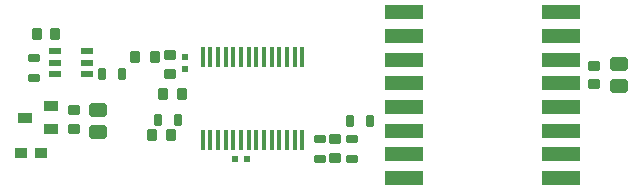
<source format=gtp>
G04 DipTrace 4.3.0.1*
G04 LoRa_4808.gtp*
%MOIN*%
G04 #@! TF.FileFunction,Paste,Top*
G04 #@! TF.Part,Single*
%AMOUTLINE2*
4,1,28,
0.009518,-0.019094,
-0.009516,-0.019095,
-0.011576,-0.018824,
-0.013376,-0.018078,
-0.014922,-0.016892,
-0.016108,-0.015347,
-0.016854,-0.013547,
-0.017125,-0.011486,
-0.017127,0.011484,
-0.016855,0.013545,
-0.01611,0.015345,
-0.014924,0.016891,
-0.013378,0.018077,
-0.011578,0.018823,
-0.009518,0.019094,
0.009516,0.019095,
0.011576,0.018824,
0.013376,0.018078,
0.014922,0.016892,
0.016108,0.015347,
0.016854,0.013547,
0.017125,0.011486,
0.017127,-0.011484,
0.016855,-0.013545,
0.01611,-0.015345,
0.014924,-0.016891,
0.013378,-0.018077,
0.011578,-0.018823,
0.009518,-0.019094,
0*%
%AMOUTLINE5*
4,1,28,
-0.009518,0.019094,
0.009516,0.019095,
0.011576,0.018824,
0.013376,0.018078,
0.014922,0.016892,
0.016108,0.015347,
0.016854,0.013547,
0.017125,0.011486,
0.017127,-0.011484,
0.016855,-0.013545,
0.01611,-0.015345,
0.014924,-0.016891,
0.013378,-0.018077,
0.011578,-0.018823,
0.009518,-0.019094,
-0.009516,-0.019095,
-0.011576,-0.018824,
-0.013376,-0.018078,
-0.014922,-0.016892,
-0.016108,-0.015347,
-0.016854,-0.013547,
-0.017125,-0.011486,
-0.017127,0.011484,
-0.016855,0.013545,
-0.01611,0.015345,
-0.014924,0.016891,
-0.013378,0.018077,
-0.011578,0.018823,
-0.009518,0.019094,
0*%
%AMOUTLINE8*
4,1,28,
0.028937,0.013847,
0.028937,-0.013847,
0.028652,-0.01601,
0.027867,-0.017905,
0.026619,-0.019532,
0.024991,-0.020781,
0.023097,-0.021566,
0.020934,-0.02185,
-0.020934,-0.02185,
-0.023097,-0.021566,
-0.024991,-0.020781,
-0.026619,-0.019532,
-0.027867,-0.017905,
-0.028652,-0.01601,
-0.028937,-0.013847,
-0.028937,0.013847,
-0.028652,0.01601,
-0.027867,0.017905,
-0.026619,0.019532,
-0.024991,0.020781,
-0.023097,0.021566,
-0.020934,0.02185,
0.020934,0.02185,
0.023097,0.021566,
0.024991,0.020781,
0.026619,0.019532,
0.027867,0.017905,
0.028652,0.01601,
0.028937,0.013847,
0*%
%AMOUTLINE11*
4,1,28,
-0.028937,-0.013847,
-0.028937,0.013847,
-0.028652,0.01601,
-0.027867,0.017905,
-0.026619,0.019532,
-0.024991,0.020781,
-0.023097,0.021566,
-0.020934,0.02185,
0.020934,0.02185,
0.023097,0.021566,
0.024991,0.020781,
0.026619,0.019532,
0.027867,0.017905,
0.028652,0.01601,
0.028937,0.013847,
0.028937,-0.013847,
0.028652,-0.01601,
0.027867,-0.017905,
0.026619,-0.019532,
0.024991,-0.020781,
0.023097,-0.021566,
0.020934,-0.02185,
-0.020934,-0.02185,
-0.023097,-0.021566,
-0.024991,-0.020781,
-0.026619,-0.019532,
-0.027867,-0.017905,
-0.028652,-0.01601,
-0.028937,-0.013847,
0*%
%AMOUTLINE14*
4,1,28,
-0.019094,-0.009517,
-0.019094,0.009517,
-0.018823,0.011577,
-0.018078,0.013377,
-0.016892,0.014923,
-0.015346,0.016109,
-0.013546,0.016855,
-0.011485,0.017126,
0.011485,0.017126,
0.013546,0.016855,
0.015346,0.016109,
0.016892,0.014923,
0.018078,0.013377,
0.018823,0.011577,
0.019094,0.009517,
0.019094,-0.009517,
0.018823,-0.011577,
0.018078,-0.013377,
0.016892,-0.014923,
0.015346,-0.016109,
0.013546,-0.016855,
0.011485,-0.017126,
-0.011485,-0.017126,
-0.013546,-0.016855,
-0.015346,-0.016109,
-0.016892,-0.014923,
-0.018078,-0.013377,
-0.018823,-0.011577,
-0.019094,-0.009517,
0*%
%AMOUTLINE17*
4,1,28,
0.019094,0.009517,
0.019094,-0.009517,
0.018823,-0.011577,
0.018078,-0.013377,
0.016892,-0.014923,
0.015346,-0.016109,
0.013546,-0.016855,
0.011485,-0.017126,
-0.011485,-0.017126,
-0.013546,-0.016855,
-0.015346,-0.016109,
-0.016892,-0.014923,
-0.018078,-0.013377,
-0.018823,-0.011577,
-0.019094,-0.009517,
-0.019094,0.009517,
-0.018823,0.011577,
-0.018078,0.013377,
-0.016892,0.014923,
-0.015346,0.016109,
-0.013546,0.016855,
-0.011485,0.017126,
0.011485,0.017126,
0.013546,0.016855,
0.015346,0.016109,
0.016892,0.014923,
0.018078,0.013377,
0.018823,0.011577,
0.019094,0.009517,
0*%
%AMOUTLINE20*
4,1,28,
0.009516,-0.019095,
-0.009517,-0.019094,
-0.011578,-0.018823,
-0.013378,-0.018077,
-0.014924,-0.016891,
-0.01611,-0.015345,
-0.016855,-0.013545,
-0.017126,-0.011485,
-0.017126,0.011486,
-0.016854,0.013546,
-0.016109,0.015346,
-0.014922,0.016892,
-0.013377,0.018078,
-0.011577,0.018824,
-0.009516,0.019095,
0.009517,0.019094,
0.011578,0.018823,
0.013378,0.018077,
0.014924,0.016891,
0.01611,0.015345,
0.016855,0.013545,
0.017126,0.011485,
0.017126,-0.011486,
0.016854,-0.013546,
0.016109,-0.015346,
0.014922,-0.016892,
0.013377,-0.018078,
0.011577,-0.018824,
0.009516,-0.019095,
0*%
%AMOUTLINE23*
4,1,28,
-0.009516,0.019095,
0.009517,0.019094,
0.011578,0.018823,
0.013378,0.018077,
0.014924,0.016891,
0.01611,0.015345,
0.016855,0.013545,
0.017126,0.011485,
0.017126,-0.011486,
0.016854,-0.013546,
0.016109,-0.015346,
0.014922,-0.016892,
0.013377,-0.018078,
0.011577,-0.018824,
0.009516,-0.019095,
-0.009517,-0.019094,
-0.011578,-0.018823,
-0.013378,-0.018077,
-0.014924,-0.016891,
-0.01611,-0.015345,
-0.016855,-0.013545,
-0.017126,-0.011485,
-0.017126,0.011486,
-0.016854,0.013546,
-0.016109,0.015346,
-0.014922,0.016892,
-0.013377,0.018078,
-0.011577,0.018824,
-0.009516,0.019095,
0*%
%AMOUTLINE26*
4,1,28,
0.010433,0.005973,
0.010433,-0.005973,
0.010283,-0.007117,
0.009891,-0.008062,
0.009268,-0.008874,
0.008456,-0.009497,
0.007511,-0.009889,
0.006367,-0.010039,
-0.006367,-0.010039,
-0.007511,-0.009889,
-0.008456,-0.009497,
-0.009268,-0.008874,
-0.009891,-0.008062,
-0.010283,-0.007117,
-0.010433,-0.005973,
-0.010433,0.005973,
-0.010283,0.007117,
-0.009891,0.008062,
-0.009268,0.008874,
-0.008456,0.009497,
-0.007511,0.009889,
-0.006367,0.010039,
0.006367,0.010039,
0.007511,0.009889,
0.008456,0.009497,
0.009268,0.008874,
0.009891,0.008062,
0.010283,0.007117,
0.010433,0.005973,
0*%
%AMOUTLINE29*
4,1,28,
-0.010433,-0.005973,
-0.010433,0.005973,
-0.010283,0.007117,
-0.009891,0.008062,
-0.009268,0.008874,
-0.008456,0.009497,
-0.007511,0.009889,
-0.006367,0.010039,
0.006367,0.010039,
0.007511,0.009889,
0.008456,0.009497,
0.009268,0.008874,
0.009891,0.008062,
0.010283,0.007117,
0.010433,0.005973,
0.010433,-0.005973,
0.010283,-0.007117,
0.009891,-0.008062,
0.009268,-0.008874,
0.008456,-0.009497,
0.007511,-0.009889,
0.006367,-0.010039,
-0.006367,-0.010039,
-0.007511,-0.009889,
-0.008456,-0.009497,
-0.009268,-0.008874,
-0.009891,-0.008062,
-0.010283,-0.007117,
-0.010433,-0.005973,
0*%
%AMOUTLINE32*
4,1,28,
-0.005973,0.010433,
0.005973,0.010433,
0.007117,0.010283,
0.008062,0.009891,
0.008874,0.009268,
0.009497,0.008456,
0.009889,0.007511,
0.010039,0.006367,
0.010039,-0.006367,
0.009889,-0.007511,
0.009497,-0.008456,
0.008874,-0.009268,
0.008062,-0.009891,
0.007117,-0.010283,
0.005973,-0.010433,
-0.005973,-0.010433,
-0.007117,-0.010283,
-0.008062,-0.009891,
-0.008874,-0.009268,
-0.009497,-0.008456,
-0.009889,-0.007511,
-0.010039,-0.006367,
-0.010039,0.006367,
-0.009889,0.007511,
-0.009497,0.008456,
-0.008874,0.009268,
-0.008062,0.009891,
-0.007117,0.010283,
-0.005973,0.010433,
0*%
%AMOUTLINE35*
4,1,28,
0.005973,-0.010433,
-0.005973,-0.010433,
-0.007117,-0.010283,
-0.008062,-0.009891,
-0.008874,-0.009268,
-0.009497,-0.008456,
-0.009889,-0.007511,
-0.010039,-0.006367,
-0.010039,0.006367,
-0.009889,0.007511,
-0.009497,0.008456,
-0.008874,0.009268,
-0.008062,0.009891,
-0.007117,0.010283,
-0.005973,0.010433,
0.005973,0.010433,
0.007117,0.010283,
0.008062,0.009891,
0.008874,0.009268,
0.009497,0.008456,
0.009889,0.007511,
0.010039,0.006367,
0.010039,-0.006367,
0.009889,-0.007511,
0.009497,-0.008456,
0.008874,-0.009268,
0.008062,-0.009891,
0.007117,-0.010283,
0.005973,-0.010433,
0*%
%AMOUTLINE50*
4,1,28,
0.009123,-0.019094,
-0.009123,-0.019095,
-0.011183,-0.018823,
-0.012983,-0.018078,
-0.014529,-0.016892,
-0.015715,-0.015346,
-0.016461,-0.013546,
-0.016732,-0.011486,
-0.016733,0.011485,
-0.016461,0.013545,
-0.015716,0.015345,
-0.01453,0.016891,
-0.012984,0.018077,
-0.011184,0.018823,
-0.009123,0.019094,
0.009123,0.019095,
0.011183,0.018823,
0.012983,0.018078,
0.014529,0.016892,
0.015715,0.015346,
0.016461,0.013546,
0.016732,0.011486,
0.016733,-0.011485,
0.016461,-0.013545,
0.015716,-0.015345,
0.01453,-0.016891,
0.012984,-0.018077,
0.011184,-0.018823,
0.009123,-0.019094,
0*%
%AMOUTLINE53*
4,1,28,
-0.009123,0.019094,
0.009123,0.019095,
0.011183,0.018823,
0.012983,0.018078,
0.014529,0.016892,
0.015715,0.015346,
0.016461,0.013546,
0.016732,0.011486,
0.016733,-0.011485,
0.016461,-0.013545,
0.015716,-0.015345,
0.01453,-0.016891,
0.012984,-0.018077,
0.011184,-0.018823,
0.009123,-0.019094,
-0.009123,-0.019095,
-0.011183,-0.018823,
-0.012983,-0.018078,
-0.014529,-0.016892,
-0.015715,-0.015346,
-0.016461,-0.013546,
-0.016732,-0.011486,
-0.016733,0.011485,
-0.016461,0.013545,
-0.015716,0.015345,
-0.01453,0.016891,
-0.012984,0.018077,
-0.011184,0.018823,
-0.009123,0.019094,
0*%
%AMOUTLINE56*
4,1,28,
0.008336,-0.019094,
-0.008336,-0.019094,
-0.010091,-0.018863,
-0.011606,-0.018236,
-0.012907,-0.017237,
-0.013905,-0.015936,
-0.014533,-0.014421,
-0.014764,-0.012666,
-0.014764,0.012666,
-0.014533,0.014421,
-0.013905,0.015936,
-0.012907,0.017237,
-0.011606,0.018236,
-0.010091,0.018863,
-0.008336,0.019094,
0.008336,0.019094,
0.010091,0.018863,
0.011606,0.018236,
0.012907,0.017237,
0.013905,0.015936,
0.014533,0.014421,
0.014764,0.012666,
0.014764,-0.012666,
0.014533,-0.014421,
0.013905,-0.015936,
0.012907,-0.017237,
0.011606,-0.018236,
0.010091,-0.018863,
0.008336,-0.019094,
0*%
%AMOUTLINE59*
4,1,28,
-0.008336,0.019094,
0.008336,0.019094,
0.010091,0.018863,
0.011606,0.018236,
0.012907,0.017237,
0.013905,0.015936,
0.014533,0.014421,
0.014764,0.012666,
0.014764,-0.012666,
0.014533,-0.014421,
0.013905,-0.015936,
0.012907,-0.017237,
0.011606,-0.018236,
0.010091,-0.018863,
0.008336,-0.019094,
-0.008336,-0.019094,
-0.010091,-0.018863,
-0.011606,-0.018236,
-0.012907,-0.017237,
-0.013905,-0.015936,
-0.014533,-0.014421,
-0.014764,-0.012666,
-0.014764,0.012666,
-0.014533,0.014421,
-0.013905,0.015936,
-0.012907,0.017237,
-0.011606,0.018236,
-0.010091,0.018863,
-0.008336,0.019094,
0*%
%AMOUTLINE62*
4,1,28,
-0.019094,-0.008336,
-0.019094,0.008336,
-0.018863,0.010091,
-0.018236,0.011606,
-0.017237,0.012907,
-0.015936,0.013905,
-0.014421,0.014533,
-0.012666,0.014764,
0.012666,0.014764,
0.014421,0.014533,
0.015936,0.013905,
0.017237,0.012907,
0.018236,0.011606,
0.018863,0.010091,
0.019094,0.008336,
0.019094,-0.008336,
0.018863,-0.010091,
0.018236,-0.011606,
0.017237,-0.012907,
0.015936,-0.013905,
0.014421,-0.014533,
0.012666,-0.014764,
-0.012666,-0.014764,
-0.014421,-0.014533,
-0.015936,-0.013905,
-0.017237,-0.012907,
-0.018236,-0.011606,
-0.018863,-0.010091,
-0.019094,-0.008336,
0*%
%AMOUTLINE65*
4,1,28,
0.019094,0.008336,
0.019094,-0.008336,
0.018863,-0.010091,
0.018236,-0.011606,
0.017237,-0.012907,
0.015936,-0.013905,
0.014421,-0.014533,
0.012666,-0.014764,
-0.012666,-0.014764,
-0.014421,-0.014533,
-0.015936,-0.013905,
-0.017237,-0.012907,
-0.018236,-0.011606,
-0.018863,-0.010091,
-0.019094,-0.008336,
-0.019094,0.008336,
-0.018863,0.010091,
-0.018236,0.011606,
-0.017237,0.012907,
-0.015936,0.013905,
-0.014421,0.014533,
-0.012666,0.014764,
0.012666,0.014764,
0.014421,0.014533,
0.015936,0.013905,
0.017237,0.012907,
0.018236,0.011606,
0.018863,0.010091,
0.019094,0.008336,
0*%
%ADD45R,0.03937X0.019685*%
%ADD47R,0.011811X0.066929*%
%ADD49R,0.051181X0.035433*%
%ADD61R,0.125984X0.051181*%
%ADD63R,0.03937X0.035433*%
%ADD70OUTLINE2*%
%ADD73OUTLINE5*%
%ADD76OUTLINE8*%
%ADD79OUTLINE11*%
%ADD82OUTLINE14*%
%ADD85OUTLINE17*%
%ADD88OUTLINE20*%
%ADD91OUTLINE23*%
%ADD94OUTLINE26*%
%ADD97OUTLINE29*%
%ADD100OUTLINE32*%
%ADD103OUTLINE35*%
%ADD118OUTLINE50*%
%ADD121OUTLINE53*%
%ADD124OUTLINE56*%
%ADD127OUTLINE59*%
%ADD130OUTLINE62*%
%ADD133OUTLINE65*%
%FSLAX26Y26*%
G04*
G70*
G90*
G75*
G01*
G04 TopPaste*
%LPD*%
D70*
X582677Y381890D3*
D73*
X519685Y381887D3*
D76*
X303150Y326772D3*
D79*
Y255906D3*
D82*
X1956693Y413386D3*
D85*
Y476378D3*
D79*
X2039370Y409449D3*
D76*
Y480315D3*
D88*
X547244Y244093D3*
D91*
X484252Y244096D3*
D70*
X161417Y582678D3*
D73*
X98425Y582676D3*
D85*
X224409Y326772D3*
D82*
Y263780D3*
D94*
X594488Y503937D3*
D97*
Y463780D3*
D85*
X543308Y511811D3*
D82*
X543309Y448819D3*
D100*
X759843Y165354D3*
D103*
X800000D3*
D85*
X1094488Y230118D3*
D82*
Y167126D3*
D63*
X47244Y185039D3*
X114173D3*
D61*
X1322834Y653543D3*
X1322837Y574803D3*
X1322839Y496062D3*
X1322841Y417322D3*
X1322844Y338582D3*
X1322846Y259842D3*
X1322848Y181102D3*
X1322851Y102362D3*
X1846473Y102377D3*
X1846470Y181117D3*
X1846468Y259857D3*
X1846466Y338598D3*
X1846463Y417338D3*
X1846461Y496078D3*
X1846459Y574818D3*
X1846456Y653558D3*
D118*
X492126Y503936D3*
D121*
X427953Y503935D3*
D49*
X59055Y303149D3*
X145668Y340554D3*
X145671Y265751D3*
D124*
X1208661Y291339D3*
D127*
X1142126D3*
D130*
X1149606Y165354D3*
D133*
Y231890D3*
D130*
X1043307Y165354D3*
D133*
Y231890D3*
D124*
X570866Y295276D3*
D127*
X504331Y295275D3*
D124*
X381890Y448819D3*
D127*
X315354D3*
D133*
X88384Y501773D3*
D130*
X88388Y435238D3*
D47*
X984252Y503937D3*
X958661Y503935D3*
X933070Y503933D3*
X907480Y503931D3*
X881889Y503930D3*
X856299Y503928D3*
X830708Y503926D3*
X805118Y503924D3*
X779527Y503923D3*
X753937Y503921D3*
X728346Y503919D3*
X702755Y503917D3*
X677165Y503915D3*
X651574Y503914D3*
X651594Y228323D3*
X677184Y228325D3*
X702775Y228327D3*
X728365Y228328D3*
X753956Y228330D3*
X779546Y228332D3*
X805137Y228334D3*
X830727Y228336D3*
X856318Y228337D3*
X881909Y228339D3*
X907499Y228341D3*
X933090Y228343D3*
X958680Y228344D3*
X984271Y228346D3*
D45*
X161417Y523622D3*
Y486220D3*
Y448819D3*
X267717D3*
Y486220D3*
Y523622D3*
M02*

</source>
